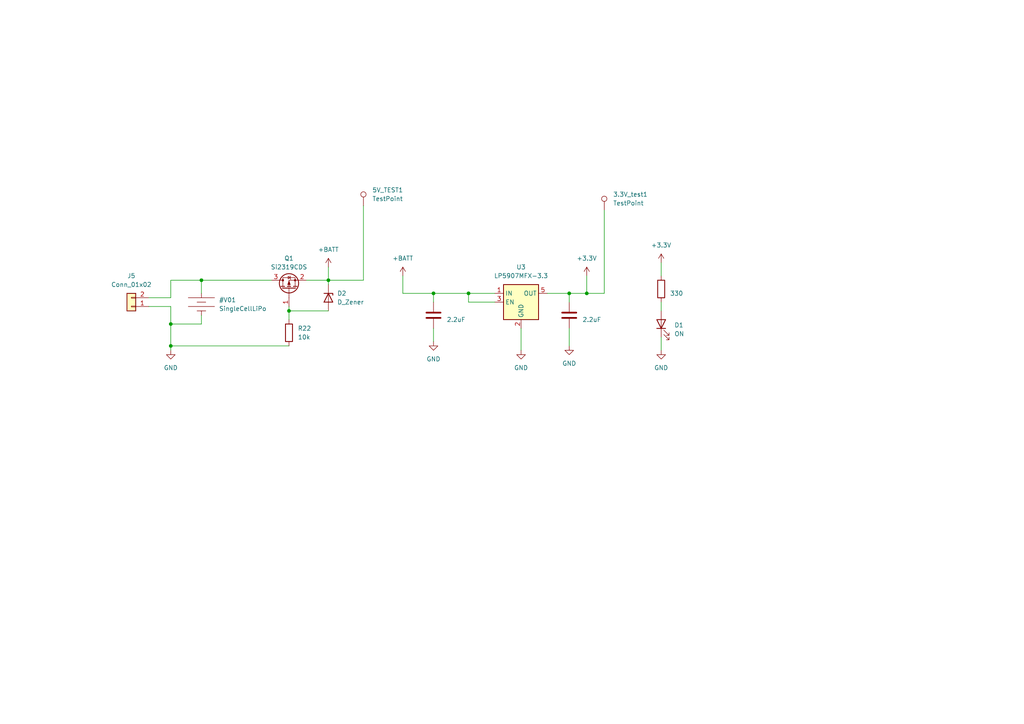
<source format=kicad_sch>
(kicad_sch (version 20230121) (generator eeschema)
  (paper "A4")
  (lib_symbols
    (symbol "Connector:TestPoint" (pin_numbers hide) (pin_names (offset 0.762) hide)
      (property "Reference" "TP" (at 0 6.858 0))
      (property "Value" "TestPoint" (at 0 5.08 0))
      (symbol "TestPoint_0_1"
        (circle (center 0 3.302) (radius 0.762))
      )
      (symbol "TestPoint_1_1"
        (pin passive line (at 0 0 90) (length 2.54) (name "1") (number "1"))
      )
    )
    (symbol "Connector_Generic:Conn_01x02" (pin_names (offset 1.016) hide)
      (property "Reference" "J" (at 0 2.54 0))
      (property "Value" "Conn_01x02" (at 0 -5.08 0))
      (symbol "Conn_01x02_1_1"
        (rectangle (start -1.27 -2.413) (end 0 -2.667) (stroke (width 0.1524)))
        (rectangle (start -1.27 0.127) (end 0 -0.127) (stroke (width 0.1524)))
        (rectangle (start -1.27 1.27) (end 1.27 -3.81) (stroke (width 0.254)) (fill (type background)))
        (pin passive line (at -5.08 0 0) (length 3.81) (name "Pin_1") (number "1"))
        (pin passive line (at -5.08 -2.54 0) (length 3.81) (name "Pin_2") (number "2"))
      )
    )
    (symbol "Device:C" (pin_numbers hide) (pin_names (offset 0.254))
      (property "Reference" "C" (at 0.635 2.54 0))
      (property "Value" "C" (at 0.635 -2.54 0))
      (symbol "C_0_1"
        (polyline (pts (xy -2.032 -0.762) (xy 2.032 -0.762)) (stroke (width 0.508)))
        (polyline (pts (xy -2.032 0.762) (xy 2.032 0.762)) (stroke (width 0.508)))
      )
      (symbol "C_1_1"
        (pin passive line (at 0 3.81 270) (length 2.794) (name "~") (number "1"))
        (pin passive line (at 0 -3.81 90) (length 2.794) (name "~") (number "2"))
      )
    )
    (symbol "Device:D_Zener" (pin_numbers hide) (pin_names (offset 1.016) hide)
      (property "Reference" "D" (at 0 2.54 0))
      (property "Value" "D_Zener" (at 0 -2.54 0))
      (symbol "D_Zener_0_1"
        (polyline (pts (xy 1.27 0) (xy -1.27 0)))
        (polyline (pts (xy -1.27 -1.27) (xy -1.27 1.27) (xy -0.762 1.27)) (stroke (width 0.254)))
        (polyline (pts (xy 1.27 -1.27) (xy 1.27 1.27) (xy -1.27 0) (xy 1.27 -1.27)) (stroke (width 0.254)))
      )
      (symbol "D_Zener_1_1"
        (pin passive line (at -3.81 0 0) (length 2.54) (name "K") (number "1"))
        (pin passive line (at 3.81 0 180) (length 2.54) (name "A") (number "2"))
      )
    )
    (symbol "Device:LED" (pin_numbers hide) (pin_names (offset 1.016) hide)
      (property "Reference" "D" (at 0 2.54 0))
      (property "Value" "LED" (at 0 -2.54 0))
      (symbol "LED_0_1"
        (polyline (pts (xy -1.27 -1.27) (xy -1.27 1.27)) (stroke (width 0.254)))
        (polyline (pts (xy -1.27 0) (xy 1.27 0)))
        (polyline (pts (xy 1.27 -1.27) (xy 1.27 1.27) (xy -1.27 0) (xy 1.27 -1.27)) (stroke (width 0.254)))
        (polyline (pts (xy -3.048 -0.762) (xy -4.572 -2.286) (xy -3.81 -2.286) (xy -4.572 -2.286) (xy -4.572 -1.524)))
        (polyline (pts (xy -1.778 -0.762) (xy -3.302 -2.286) (xy -2.54 -2.286) (xy -3.302 -2.286) (xy -3.302 -1.524)))
      )
      (symbol "LED_1_1"
        (pin passive line (at -3.81 0 0) (length 2.54) (name "K") (number "1"))
        (pin passive line (at 3.81 0 180) (length 2.54) (name "A") (number "2"))
      )
    )
    (symbol "Device:R" (pin_numbers hide) (pin_names (offset 0))
      (property "Reference" "R" (at 2.032 0 90))
      (property "Value" "R" (at 0 0 90))
      (symbol "R_0_1"
        (rectangle (start -1.016 -2.54) (end 1.016 2.54) (stroke (width 0.254)))
      )
      (symbol "R_1_1"
        (pin passive line (at 0 3.81 270) (length 1.27) (name "~") (number "1"))
        (pin passive line (at 0 -3.81 90) (length 1.27) (name "~") (number "2"))
      )
    )
    (symbol "Regulator_Linear:LP5907MFX-3.3"
      (property "Reference" "U" (at -3.81 6.35 0))
      (property "Value" "LP5907MFX-3.3" (at 6.35 6.35 0))
      (symbol "LP5907MFX-3.3_0_1"
        (rectangle (start -5.08 -5.08) (end 5.08 5.08) (stroke (width 0.254)) (fill (type background)))
        (pin power_in line (at -7.62 2.54 0) (length 2.54) (name "IN") (number "1"))
        (pin power_in line (at 0 -7.62 90) (length 2.54) (name "GND") (number "2"))
        (pin input line (at -7.62 0 0) (length 2.54) (name "EN") (number "3"))
        (pin no_connect line (at 5.08 0 180) (length 2.54) hide (name "NC") (number "4"))
        (pin power_out line (at 7.62 2.54 180) (length 2.54) (name "OUT") (number "5"))
      )
    )
    (symbol "Transistor_FET:Si2319CDS" (pin_names hide)
      (property "Reference" "Q" (at 5.08 1.905 0))
      (property "Value" "Si2319CDS" (at 5.08 0 0))
      (symbol "Si2319CDS_0_1"
        (polyline (pts (xy 0.254 0) (xy -2.54 0)))
        (polyline (pts (xy 0.254 1.905) (xy 0.254 -1.905)) (stroke (width 0.254)))
        (polyline (pts (xy 0.762 -1.27) (xy 0.762 -2.286)) (stroke (width 0.254)))
        (polyline (pts (xy 0.762 0.508) (xy 0.762 -0.508)) (stroke (width 0.254)))
        (polyline (pts (xy 0.762 2.286) (xy 0.762 1.27)) (stroke (width 0.254)))
        (polyline (pts (xy 2.54 2.54) (xy 2.54 1.778)))
        (polyline (pts (xy 2.54 -2.54) (xy 2.54 0) (xy 0.762 0)))
        (polyline (pts (xy 0.762 1.778) (xy 3.302 1.778) (xy 3.302 -1.778) (xy 0.762 -1.778)))
        (polyline (pts (xy 2.286 0) (xy 1.27 0.381) (xy 1.27 -0.381) (xy 2.286 0)) (fill (type outline)))
        (polyline (pts (xy 2.794 -0.508) (xy 2.921 -0.381) (xy 3.683 -0.381) (xy 3.81 -0.254)))
        (polyline (pts (xy 3.302 -0.381) (xy 2.921 0.254) (xy 3.683 0.254) (xy 3.302 -0.381)))
        (circle (center 1.651 0) (radius 2.794) (stroke (width 0.254)))
        (circle (center 2.54 -1.778) (radius 0.254) (fill (type outline)))
        (circle (center 2.54 1.778) (radius 0.254) (fill (type outline)))
      )
      (symbol "Si2319CDS_1_1"
        (pin input line (at -5.08 0 0) (length 2.54) (name "G") (number "1"))
        (pin passive line (at 2.54 -5.08 90) (length 2.54) (name "S") (number "2"))
        (pin passive line (at 2.54 5.08 270) (length 2.54) (name "D") (number "3"))
      )
    )
    (symbol "minimouse:SingleCellLiPo" (power) (pin_numbers hide) (pin_names hide) (in_bom no) (on_board no)
      (property "Reference" "V" (at 1.8796 0.3048 0))
      (property "Value" "SingleCellLiPo" (at -11.43 1.27 0))
      (symbol "SingleCellLiPo_0_1"
        (polyline (pts (xy -3.81 0) (xy 3.81 0)))
        (polyline (pts (xy -3.81 2.54) (xy 3.81 2.54)))
        (polyline (pts (xy -1.27 -1.27) (xy 1.27 -1.27)))
        (polyline (pts (xy -1.27 1.27) (xy 1.27 1.27)))
      )
      (symbol "SingleCellLiPo_1_1"
        (pin power_out line (at 0 -2.54 90) (length 1.27) (name "+") (number ""))
        (pin power_out line (at 0 3.81 270) (length 1.27) (name "+") (number ""))
      )
    )
    (symbol "power:+3.3V" (power) (pin_names (offset 0))
      (property "Value" "+3.3V" (at 0 3.556 0))
      (symbol "+3.3V_0_1"
        (polyline (pts (xy -0.762 1.27) (xy 0 2.54)))
        (polyline (pts (xy 0 0) (xy 0 2.54)))
        (polyline (pts (xy 0 2.54) (xy 0.762 1.27)))
      )
      (symbol "+3.3V_1_1"
        (pin power_in line (at 0 0 90) (length 0) hide (name "+3.3V") (number "1"))
      )
    )
    (symbol "power:+BATT" (power) (pin_names (offset 0))
      (property "Value" "+BATT" (at 0 3.556 0))
      (symbol "+BATT_0_1"
        (polyline (pts (xy -0.762 1.27) (xy 0 2.54)))
        (polyline (pts (xy 0 0) (xy 0 2.54)))
        (polyline (pts (xy 0 2.54) (xy 0.762 1.27)))
      )
      (symbol "+BATT_1_1"
        (pin power_in line (at 0 0 90) (length 0) hide (name "+BATT") (number "1"))
      )
    )
    (symbol "power:GND" (power) (pin_names (offset 0))
      (property "Value" "GND" (at 0 -3.81 0))
      (symbol "GND_0_1"
        (polyline (pts (xy 0 0) (xy 0 -1.27) (xy 1.27 -1.27) (xy 0 -2.54) (xy -1.27 -1.27) (xy 0 -1.27)))
      )
      (symbol "GND_1_1"
        (pin power_in line (at 0 0 270) (length 0) hide (name "GND") (number "1"))
      )
    )
  )
  (junction (at 165.1 85.09))
  (junction (at 58.42 81.28))
  (junction (at 95.25 81.28))
  (junction (at 135.89 85.09))
  (junction (at 170.18 85.09))
  (junction (at 125.73 85.09))
  (junction (at 49.53 93.98))
  (junction (at 83.82 90.17))
  (junction (at 49.53 100.33))
  (wire (pts (xy 49.53 100.33) (xy 49.53 101.6)))
  (wire (pts (xy 116.84 85.09) (xy 125.73 85.09)))
  (wire (pts (xy 49.53 88.9) (xy 49.53 93.98)))
  (wire (pts (xy 83.82 88.9) (xy 83.82 90.17)))
  (wire (pts (xy 116.84 80.01) (xy 116.84 85.09)))
  (wire (pts (xy 165.1 85.09) (xy 165.1 87.63)))
  (wire (pts (xy 135.89 85.09) (xy 135.89 87.63)))
  (wire (pts (xy 49.53 100.33) (xy 83.82 100.33)))
  (wire (pts (xy 58.42 81.28) (xy 49.53 81.28)))
  (wire (pts (xy 58.42 85.09) (xy 58.42 81.28)))
  (wire (pts (xy 88.9 81.28) (xy 95.25 81.28)))
  (wire (pts (xy 165.1 85.09) (xy 170.18 85.09)))
  (wire (pts (xy 191.77 87.63) (xy 191.77 90.17)))
  (wire (pts (xy 125.73 85.09) (xy 125.73 87.63)))
  (wire (pts (xy 95.25 82.55) (xy 95.25 81.28)))
  (wire (pts (xy 170.18 80.01) (xy 170.18 85.09)))
  (wire (pts (xy 95.25 77.47) (xy 95.25 81.28)))
  (wire (pts (xy 151.13 95.25) (xy 151.13 101.6)))
  (wire (pts (xy 165.1 95.25) (xy 165.1 100.33)))
  (wire (pts (xy 58.42 91.44) (xy 58.42 93.98)))
  (wire (pts (xy 135.89 85.09) (xy 143.51 85.09)))
  (wire (pts (xy 43.18 86.36) (xy 49.53 86.36)))
  (wire (pts (xy 125.73 85.09) (xy 135.89 85.09)))
  (wire (pts (xy 58.42 81.28) (xy 78.74 81.28)))
  (wire (pts (xy 143.51 87.63) (xy 135.89 87.63)))
  (wire (pts (xy 158.75 85.09) (xy 165.1 85.09)))
  (wire (pts (xy 49.53 93.98) (xy 49.53 100.33)))
  (wire (pts (xy 58.42 93.98) (xy 49.53 93.98)))
  (wire (pts (xy 191.77 97.79) (xy 191.77 101.6)))
  (wire (pts (xy 49.53 81.28) (xy 49.53 86.36)))
  (wire (pts (xy 105.41 81.28) (xy 95.25 81.28)))
  (wire (pts (xy 95.25 90.17) (xy 83.82 90.17)))
  (wire (pts (xy 83.82 90.17) (xy 83.82 92.71)))
  (wire (pts (xy 191.77 76.2) (xy 191.77 80.01)))
  (wire (pts (xy 105.41 59.69) (xy 105.41 81.28)))
  (wire (pts (xy 175.26 60.96) (xy 175.26 85.09)))
  (wire (pts (xy 43.18 88.9) (xy 49.53 88.9)))
  (wire (pts (xy 175.26 85.09) (xy 170.18 85.09)))
  (wire (pts (xy 125.73 95.25) (xy 125.73 99.06)))
  (symbol (lib_id "power:+3.3V") (at 170.18 80.01 0) (unit 1)
    (property "Reference" "#PWR024" (effects hide))
    (property "Value" "+3.3V" (at 170.18 74.93 0))
  )
  (symbol (lib_id "Connector:TestPoint") (at 175.26 60.96 0) (unit 1)
    (property "Reference" "3.3V_test1" (at 177.8 56.388 0) (effects (justify left)))
    (property "Value" "TestPoint" (at 177.8 58.928 0) (effects (justify left)))
    (property "Footprint" "TestPoint:TestPoint_Pad_D2.0mm" (effects hide))
  )
  (symbol (lib_id "minimouse:SingleCellLiPo") (at 58.42 88.9 0) (unit 1) (in_bom no) (on_board no)
    (property "Reference" "#V01" (at 63.5 86.995 0) (effects (justify left)))
    (property "Value" "SingleCellLiPo" (at 63.5 89.535 0) (effects (justify left)))
  )
  (symbol (lib_id "power:+3.3V") (at 191.77 76.2 0) (unit 1)
    (property "Reference" "#PWR031" (effects hide))
    (property "Value" "+3.3V" (at 191.77 71.12 0))
  )
  (symbol (lib_id "power:+BATT") (at 116.84 80.01 0) (unit 1)
    (property "Reference" "#PWR022" (effects hide))
    (property "Value" "+BATT" (at 116.84 74.93 0))
  )
  (symbol (lib_id "power:GND") (at 191.77 101.6 0) (unit 1)
    (property "Reference" "#PWR030" (effects hide))
    (property "Value" "GND" (at 191.77 106.68 0))
  )
  (symbol (lib_id "power:GND") (at 125.73 99.06 0) (unit 1)
    (property "Reference" "#PWR023" (effects hide))
    (property "Value" "GND" (at 125.73 104.14 0))
  )
  (symbol (lib_id "Connector:TestPoint") (at 105.41 59.69 0) (unit 1)
    (property "Reference" "5V_TEST1" (at 107.95 55.118 0) (effects (justify left)))
    (property "Value" "TestPoint" (at 107.95 57.658 0) (effects (justify left)))
    (property "Footprint" "TestPoint:TestPoint_Pad_D2.0mm" (effects hide))
  )
  (symbol (lib_id "Device:R") (at 83.82 96.52 0) (unit 1)
    (property "Reference" "R22" (at 86.36 95.25 0) (effects (justify left)))
    (property "Value" "10k" (at 86.36 97.79 0) (effects (justify left)))
    (property "Footprint" "Resistor_SMD:R_0603_1608Metric" (effects hide))
  )
  (symbol (lib_id "Transistor_FET:Si2319CDS") (at 83.82 83.82 90) (unit 1)
    (property "Reference" "Q1" (at 83.82 74.93 90))
    (property "Value" "Si2319CDS" (at 83.82 77.47 90))
    (property "Footprint" "Package_TO_SOT_SMD:SOT-23" (effects hide))
    (property "Datasheet" "http://www.vishay.com/docs/66709/si2319cd.pdf" (effects hide))
  )
  (symbol (lib_id "Device:C") (at 125.73 91.44 0) (unit 1)
    (property "Reference" "C11" (effects hide))
    (property "Value" "2.2uF" (at 129.54 92.71 0) (effects (justify left)))
    (property "Footprint" "Capacitor_SMD:C_0603_1608Metric" (effects hide))
  )
  (symbol (lib_id "Device:D_Zener") (at 95.25 86.36 270) (unit 1)
    (property "Reference" "D2" (at 97.79 85.09 90) (effects (justify left)))
    (property "Value" "D_Zener" (at 97.79 87.63 90) (effects (justify left)))
    (property "Footprint" "Diode_SMD:D_0402_1005Metric" (effects hide))
  )
  (symbol (lib_id "Regulator_Linear:LP5907MFX-3.3") (at 151.13 87.63 0) (unit 1)
    (property "Reference" "U3" (at 151.13 77.47 0))
    (property "Value" "LP5907MFX-3.3" (at 151.13 80.01 0))
    (property "Footprint" "Package_TO_SOT_SMD:SOT-23-5" (effects hide))
    (property "Datasheet" "http://www.ti.com/lit/ds/symlink/lp5907.pdf" (effects hide))
  )
  (symbol (lib_id "power:GND") (at 165.1 100.33 0) (unit 1)
    (property "Reference" "#PWR025" (effects hide))
    (property "Value" "GND" (at 165.1 105.41 0))
  )
  (symbol (lib_id "Device:C") (at 165.1 91.44 0) (unit 1)
    (property "Reference" "C12" (effects hide))
    (property "Value" "2.2uF" (at 168.91 92.71 0) (effects (justify left)))
    (property "Footprint" "Capacitor_SMD:C_0603_1608Metric" (effects hide))
  )
  (symbol (lib_id "Connector_Generic:Conn_01x02") (at 38.1 88.9 180) (unit 1)
    (property "Reference" "J5" (at 38.1 80.01 0))
    (property "Value" "Conn_01x02" (at 38.1 82.55 0))
    (property "Footprint" "Connector_PinHeader_2.54mm:PinHeader_1x02_P2.54mm_Vertical" (effects hide))
  )
  (symbol (lib_id "power:GND") (at 49.53 101.6 0) (unit 1)
    (property "Reference" "#PWR037" (effects hide))
    (property "Value" "GND" (at 49.53 106.68 0))
  )
  (symbol (lib_id "power:GND") (at 151.13 101.6 0) (unit 1)
    (property "Reference" "#PWR021" (effects hide))
    (property "Value" "GND" (at 151.13 106.68 0))
  )
  (symbol (lib_id "Device:LED") (at 191.77 93.98 90) (unit 1)
    (property "Reference" "D1" (at 195.58 94.2975 90) (effects (justify right)))
    (property "Value" "ON" (at 195.58 96.8375 90) (effects (justify right)))
    (property "Footprint" "LED_SMD:LED_0603_1608Metric" (effects hide))
  )
  (symbol (lib_id "Device:R") (at 191.77 83.82 0) (unit 1)
    (property "Reference" "R23" (effects hide))
    (property "Value" "330" (at 194.31 85.09 0) (effects (justify left)))
    (property "Footprint" "Resistor_SMD:R_0603_1608Metric" (effects hide))
  )
  (symbol (lib_id "power:+BATT") (at 95.25 77.47 0) (unit 1)
    (property "Reference" "#PWR019" (effects hide))
    (property "Value" "+BATT" (at 95.25 72.39 0))
  )
)
</source>
